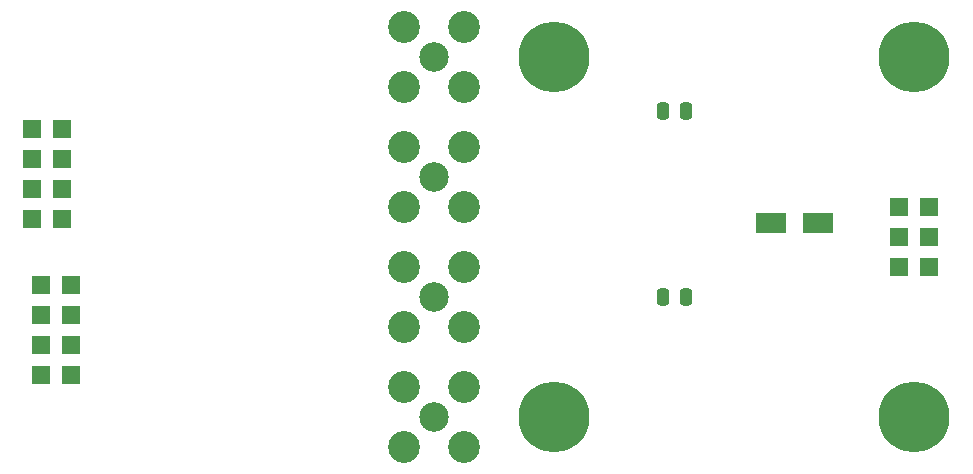
<source format=gbr>
%TF.GenerationSoftware,KiCad,Pcbnew,6.0.10+dfsg-1~bpo11+1*%
%TF.CreationDate,2023-02-15T12:18:45+00:00*%
%TF.ProjectId,ACOMP01,41434f4d-5030-4312-9e6b-696361645f70,rev?*%
%TF.SameCoordinates,Original*%
%TF.FileFunction,Copper,L2,Bot*%
%TF.FilePolarity,Positive*%
%FSLAX46Y46*%
G04 Gerber Fmt 4.6, Leading zero omitted, Abs format (unit mm)*
G04 Created by KiCad (PCBNEW 6.0.10+dfsg-1~bpo11+1) date 2023-02-15 12:18:45*
%MOMM*%
%LPD*%
G01*
G04 APERTURE LIST*
G04 Aperture macros list*
%AMRoundRect*
0 Rectangle with rounded corners*
0 $1 Rounding radius*
0 $2 $3 $4 $5 $6 $7 $8 $9 X,Y pos of 4 corners*
0 Add a 4 corners polygon primitive as box body*
4,1,4,$2,$3,$4,$5,$6,$7,$8,$9,$2,$3,0*
0 Add four circle primitives for the rounded corners*
1,1,$1+$1,$2,$3*
1,1,$1+$1,$4,$5*
1,1,$1+$1,$6,$7*
1,1,$1+$1,$8,$9*
0 Add four rect primitives between the rounded corners*
20,1,$1+$1,$2,$3,$4,$5,0*
20,1,$1+$1,$4,$5,$6,$7,0*
20,1,$1+$1,$6,$7,$8,$9,0*
20,1,$1+$1,$8,$9,$2,$3,0*%
G04 Aperture macros list end*
%TA.AperFunction,ComponentPad*%
%ADD10R,1.524000X1.524000*%
%TD*%
%TA.AperFunction,ComponentPad*%
%ADD11C,6.000000*%
%TD*%
%TA.AperFunction,ComponentPad*%
%ADD12C,2.500000*%
%TD*%
%TA.AperFunction,ComponentPad*%
%ADD13C,2.700000*%
%TD*%
%TA.AperFunction,SMDPad,CuDef*%
%ADD14RoundRect,0.250000X0.250000X0.475000X-0.250000X0.475000X-0.250000X-0.475000X0.250000X-0.475000X0*%
%TD*%
%TA.AperFunction,SMDPad,CuDef*%
%ADD15R,2.500000X1.800000*%
%TD*%
G04 APERTURE END LIST*
D10*
%TO.P,J6,1*%
%TO.N,GND*%
X-43434000Y11176000D03*
%TO.P,J6,2*%
X-40894000Y11176000D03*
%TO.P,J6,3*%
%TO.N,/OUT+_TLV*%
X-43434000Y8636000D03*
%TO.P,J6,4*%
X-40894000Y8636000D03*
%TO.P,J6,5*%
%TO.N,/OUT-_TLV*%
X-43434000Y6096000D03*
%TO.P,J6,6*%
X-40894000Y6096000D03*
%TO.P,J6,7*%
%TO.N,GND*%
X-43434000Y3556000D03*
%TO.P,J6,8*%
X-40894000Y3556000D03*
%TD*%
D11*
%TO.P,M2,1*%
%TO.N,GND*%
X0Y30480000D03*
%TD*%
%TO.P,M4,1*%
%TO.N,GND*%
X30480000Y0D03*
%TD*%
D10*
%TO.P,J7,1*%
%TO.N,GND*%
X-44222000Y24404000D03*
%TO.P,J7,2*%
X-41682000Y24404000D03*
%TO.P,J7,3*%
%TO.N,/OUT+_LMH*%
X-44222000Y21864000D03*
%TO.P,J7,4*%
X-41682000Y21864000D03*
%TO.P,J7,5*%
%TO.N,/OUT-_LMH*%
X-44222000Y19324000D03*
%TO.P,J7,6*%
X-41682000Y19324000D03*
%TO.P,J7,7*%
%TO.N,GND*%
X-44222000Y16784000D03*
%TO.P,J7,8*%
X-41682000Y16784000D03*
%TD*%
D12*
%TO.P,J2,1,In*%
%TO.N,/IN+_TLV*%
X-10160000Y30480000D03*
D13*
%TO.P,J2,2,Ext*%
%TO.N,GND*%
X-12700000Y27940000D03*
X-7620000Y27940000D03*
X-7620000Y33020000D03*
X-12700000Y33020000D03*
%TD*%
D10*
%TO.P,J1,1*%
%TO.N,GND*%
X31750000Y12700000D03*
%TO.P,J1,2*%
X29210000Y12700000D03*
%TO.P,J1,3*%
%TO.N,+3V3*%
X31750000Y15240000D03*
%TO.P,J1,4*%
X29210000Y15240000D03*
%TO.P,J1,5*%
%TO.N,GND*%
X31750000Y17780000D03*
%TO.P,J1,6*%
X29210000Y17780000D03*
%TD*%
D12*
%TO.P,J4,1,In*%
%TO.N,/IN+_LMH*%
X-10160000Y10160000D03*
D13*
%TO.P,J4,2,Ext*%
%TO.N,GND*%
X-12700000Y12700000D03*
X-7620000Y12700000D03*
X-7620000Y7620000D03*
X-12700000Y7620000D03*
%TD*%
D11*
%TO.P,M3,1*%
%TO.N,GND*%
X0Y0D03*
%TD*%
%TO.P,M1,1*%
%TO.N,GND*%
X30480000Y30480000D03*
%TD*%
D12*
%TO.P,J5,1,In*%
%TO.N,/IN-_LMH*%
X-10160000Y0D03*
D13*
%TO.P,J5,2,Ext*%
%TO.N,GND*%
X-7620000Y2540000D03*
X-7620000Y-2540000D03*
X-12700000Y2540000D03*
X-12700000Y-2540000D03*
%TD*%
D12*
%TO.P,J3,1,In*%
%TO.N,/IN-_TLV*%
X-10160000Y20320000D03*
D13*
%TO.P,J3,2,Ext*%
%TO.N,GND*%
X-12700000Y17780000D03*
X-12700000Y22860000D03*
X-7620000Y22860000D03*
X-7620000Y17780000D03*
%TD*%
D14*
%TO.P,C1,1*%
%TO.N,+3V3*%
X11110000Y10160000D03*
%TO.P,C1,2*%
%TO.N,GND*%
X9210000Y10160000D03*
%TD*%
D15*
%TO.P,D1,1,K*%
%TO.N,+3V3*%
X22320000Y16367860D03*
%TO.P,D1,2,A*%
%TO.N,GND*%
X18320000Y16367860D03*
%TD*%
D14*
%TO.P,C2,1*%
%TO.N,+3V3*%
X11110000Y25850000D03*
%TO.P,C2,2*%
%TO.N,GND*%
X9210000Y25850000D03*
%TD*%
M02*

</source>
